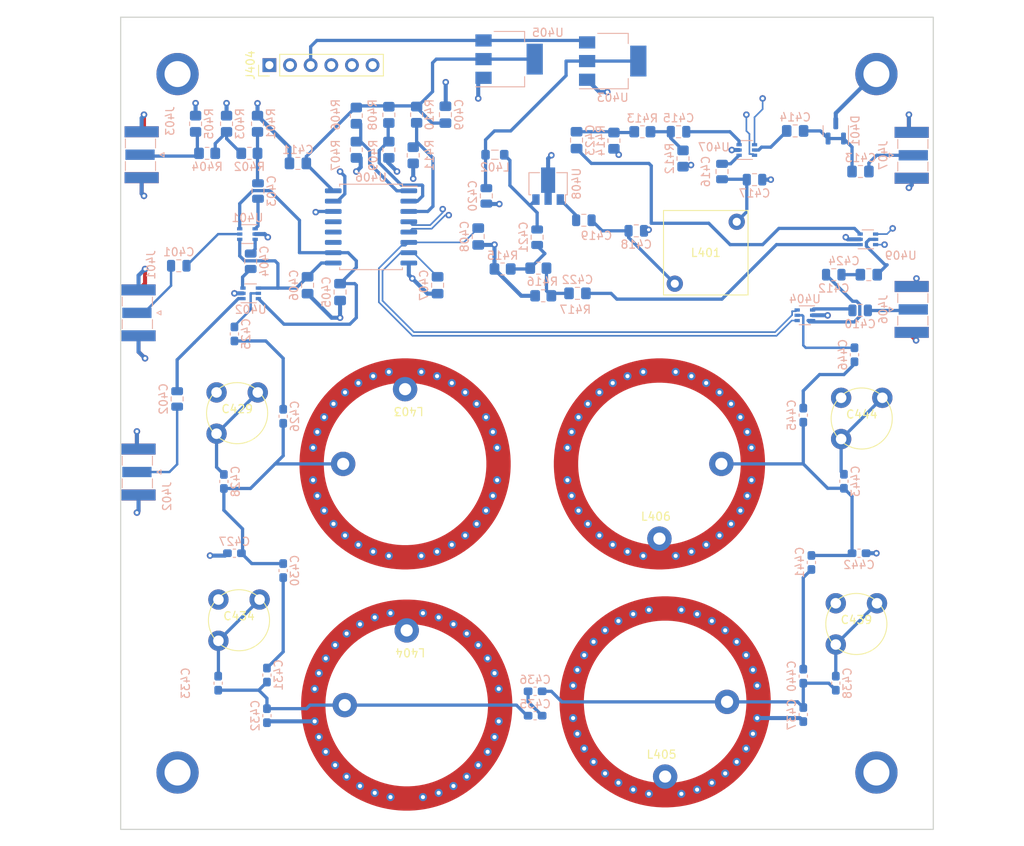
<source format=kicad_pcb>
(kicad_pcb (version 20221018) (generator pcbnew)
  (layers (0 "F.Cu" signal) (1 "In1.Cu" signal) (2 "In2.Cu" signal) (31 "B.Cu" signal) (34 "B.Paste" user) (35 "F.Paste" user) (36 "B.SilkS" user "B.Silkscreen") (37 "F.SilkS" user "F.Silkscreen") (38 "B.Mask" user) (39 "F.Mask" user) (44 "Edge.Cuts" user))
  (net 0 "")
  (net 1 "GND")
  (net 2 "Rx_LNA_OP")
  (net 3 "/PIN Switch/LimeRx")
  (net 4 "Net-(U401-J1)")
  (net 5 "BPF_In")
  (net 6 "BPF_Out")
  (net 7 "Net-(C403-Pad2)")
  (net 8 "Net-(U402-J3)")
  (net 9 "Net-(U401-J3)")
  (net 10 "Net-(U402-J2)")
  (net 11 "Net-(C415-Pad2)")
  (net 12 "Net-(C418-Pad1)")
  (net 13 "/LNA/PIN Limiter")
  (net 14 "Net-(C419-Pad1)")
  (net 15 "Net-(C421-Pad2)")
  (net 16 "Net-(U401-J2)")
  (net 17 "Net-(C422-Pad2)")
  (net 18 "Net-(U404-J3)")
  (net 19 "/LNA/+25dBm max")
  (net 20 "RxIP")
  (net 21 "Net-(C423-Pad2)")
  (net 22 "Net-(U404-J2)")
  (net 23 "Net-(C425-Pad1)")
  (net 24 "Net-(U407-J1)")
  (net 25 "Net-(U407-J2)")
  (net 26 "Net-(U409-J3)")
  (net 27 "Net-(C426-Pad1)")
  (net 28 "Net-(C428-Pad2)")
  (net 29 "Net-(C430-Pad1)")
  (net 30 "Net-(C431-Pad1)")
  (net 31 "Net-(U409-J2)")
  (net 32 "Net-(U409-J1)")
  (net 33 "Net-(C433-Pad2)")
  (net 34 "/PIN Switch/SCL_Slave")
  (net 35 "Net-(C435-Pad1)")
  (net 36 "Net-(C436-Pad1)")
  (net 37 "Net-(C438-Pad2)")
  (net 38 "/PIN Switch/Tx_Enable")
  (net 39 "Net-(C440-Pad1)")
  (net 40 "Net-(C441-Pad1)")
  (net 41 "/PIN Switch/SDA_Slave")
  (net 42 "Net-(C443-Pad2)")
  (net 43 "+5V")
  (net 44 "+3.3V")
  (net 45 "Net-(C445-Pad1)")
  (net 46 "Net-(J403-In)")
  (net 47 "Net-(R402-Pad1)")
  (net 48 "Net-(U406-A0)")
  (net 49 "Net-(U406-A1)")
  (net 50 "Net-(U406-A2)")
  (net 51 "+12V")
  (net 53 "/PIN Switch/Tx_P")
  (net 54 "/PIN Switch/Tx_N")
  (net 55 "/PIN Switch/LimeTx")
  (net 56 "/PIN Switch/Tx_Drive")
  (net 57 "/PIN Switch/Rx_Enable")
  (net 58 "Net-(C416-Pad1)")
  (net 61 "Net-(C421-Pad1)")
  (net 62 "LNA_N")
  (net 63 "LNA_P")
  (footprint "Inductor_THT:L_Radial_L10.2mm_W10.2mm_Px7.62mm_Py7.62mm_Pulse_LP-30" (layer "F.Cu") (at 175.81 83.19 180)
    (fp_text reference "L401")
    (fp_text value "L_Trim")
  )
  (footprint "G4CDF:Pipe22" (layer "F.Cu") (at 135 113 180)
    (fp_text reference "L403")
    (fp_text value "54n6")
  )
  (footprint "G4CDF:TrimCap" (layer "F.Cu") (at 190.54 132.7)
    (fp_text reference "C439")
    (fp_text value "5-22pF")
  )
  (footprint "G4CDF:TrimCap" (layer "F.Cu") (at 114.34 106.74)
    (fp_text reference "C429")
    (fp_text value "5-22pF")
  )
  (footprint "G4CDF:Pipe22" (layer "F.Cu") (at 166.3 113)
    (fp_text reference "L406")
    (fp_text value "54n6")
  )
  (footprint "G4CDF:TrimCap" (layer "F.Cu") (at 191.2 107.4)
    (fp_text reference "C444")
    (fp_text value "5-22pF")
  )
  (footprint "Connector_PinHeader_2.54mm:PinHeader_1x06_P2.54mm_Vertical" (layer "F.Cu") (at 118.3 63.9 90)
    (fp_text reference "J404")
    (fp_text value "Conn_01x06_Male")
  )
  (footprint "G4CDF:Pipe22" (layer "F.Cu") (at 167 142.3)
    (fp_text reference "L405")
    (fp_text value "54n6")
  )
  (footprint "G4CDF:Pipe22" (layer "F.Cu") (at 135.2 142.7 180)
    (fp_text reference "L404")
    (fp_text value "54n6")
  )
  (footprint "G4CDF:TrimCap" (layer "F.Cu") (at 114.57 132.24)
    (fp_text reference "C434")
    (fp_text value "5-22pF")
  )
  (footprint "G4CDF:Board outline 100_100" (layer "F.Cu") (at 150 108)
    (fp_text reference "J405" hide)
    (fp_text value "Conn_01x01_Male" hide)
    (fp_rect (start -50 -50) (end 50 50) (stroke (width 0.15)) (fill none) (layer "Edge.Cuts"))
  )
  (footprint "Resistor_SMD:R_0805_2012Metric_Pad1.20x1.40mm_HandSolder" (layer "B.Cu") (at 129 70.12 -90)
    (fp_text reference "R406")
    (fp_text value "R")
  )
  (footprint "Capacitor_SMD:C_0805_2012Metric" (layer "B.Cu") (at 116 88.05 90)
    (fp_text reference "C404")
    (fp_text value "1n0")
  )
  (footprint "Package_TO_SOT_SMD:SOT-223-3_TabPin2" (layer "B.Cu") (at 147.8 63.16)
    (fp_text reference "U405")
    (fp_text value "AMS1117-3.3")
  )
  (footprint "Capacitor_SMD:C_0805_2012Metric_Pad1.18x1.45mm_HandSolder" (layer "B.Cu") (at 192.0625 89.7 180)
    (fp_text reference "C424")
    (fp_text value "1n0")
  )
  (footprint "Resistor_SMD:R_0805_2012Metric_Pad1.20x1.40mm_HandSolder" (layer "B.Cu") (at 133 70.02 -90)
    (fp_text reference "R408")
    (fp_text value "R")
  )
  (footprint "Package_TO_SOT_SMD:SOT-223-3_TabPin2" (layer "B.Cu") (at 160.55 63.4)
    (fp_text reference "U403")
    (fp_text value "AMS1117-5.0")
  )
  (footprint "Capacitor_SMD:C_0805_2012Metric" (layer "B.Cu") (at 174 77 90)
    (fp_text reference "C416")
    (fp_text value "1n0")
  )
  (footprint "Capacitor_SMD:C_0805_2012Metric" (layer "B.Cu") (at 151.25 85.09 -90)
    (fp_text reference "C421")
    (fp_text value "1n0")
  )
  (footprint "Capacitor_SMD:C_0603_1608Metric_Pad1.08x0.95mm_HandSolder" (layer "B.Cu") (at 190.8625 124)
    (fp_text reference "C442")
    (fp_text value "12p0")
  )
  (footprint "Resistor_SMD:R_0805_2012Metric_Pad1.20x1.40mm_HandSolder" (layer "B.Cu") (at 113.03 71.12 90)
    (fp_text reference "R403")
    (fp_text value "R")
  )
  (footprint "Resistor_SMD:R_0805_2012Metric_Pad1.20x1.40mm_HandSolder" (layer "B.Cu") (at 136 75 -90)
    (fp_text reference "R411")
    (fp_text value "R")
  )
  (footprint "Resistor_SMD:R_0805_2012Metric_Pad1.20x1.40mm_HandSolder" (layer "B.Cu") (at 160.7 73.2 -90)
    (fp_text reference "R414")
    (fp_text value "R")
  )
  (footprint "Capacitor_SMD:C_0805_2012Metric_Pad1.18x1.45mm_HandSolder" (layer "B.Cu") (at 121.81 76 180)
    (fp_text reference "C411")
    (fp_text value "100n")
  )
  (footprint "Package_TO_SOT_SMD:SOT-363_SC-70-6" (layer "B.Cu") (at 116 92)
    (fp_text reference "U402")
    (fp_text value "AS179-92LF")
  )
  (footprint "Capacitor_SMD:C_0805_2012Metric_Pad1.18x1.45mm_HandSolder" (layer "B.Cu") (at 191.0375 77 180)
    (fp_text reference "C413")
    (fp_text value "1n0")
  )
  (footprint "Connector_Coaxial:SMA_Samtec_SMA-J-P-X-ST-EM1_EdgeMount" (layer "B.Cu") (at 197.3375 75 -90)
    (fp_text reference "J407")
    (fp_text value "Conn_Coaxial")
  )
  (footprint "Capacitor_SMD:C_0603_1608Metric_Pad1.08x0.95mm_HandSolder" (layer "B.Cu") (at 151 144 180)
    (fp_text reference "C435")
    (fp_text value "0p9")
  )
  (footprint "Package_TO_SOT_SMD:SOT-363_SC-70-6" (layer "B.Cu") (at 115.6 84.7 180)
    (fp_text reference "U401")
    (fp_text value "AS179-92LF")
  )
  (footprint "Connector_Coaxial:SMA_Samtec_SMA-J-P-X-ST-EM1_EdgeMount" (layer "B.Cu") (at 102.2 94.4 90)
    (fp_text reference "J401")
    (fp_text value "Conn_Coaxial")
  )
  (footprint "Resistor_SMD:R_0805_2012Metric_Pad1.20x1.40mm_HandSolder" (layer "B.Cu") (at 133 74.32 -90)
    (fp_text reference "R409")
    (fp_text value "R")
  )
  (footprint "Capacitor_SMD:C_0603_1608Metric_Pad1.08x0.95mm_HandSolder" (layer "B.Cu") (at 114 124 180)
    (fp_text reference "C427")
    (fp_text value "8p2")
  )
  (footprint "Connector_Coaxial:SMA_Samtec_SMA-J-P-X-ST-EM1_EdgeMount" (layer "B.Cu") (at 102.5825 74.93 90)
    (fp_text reference "J403")
    (fp_text value "Conn_Coaxial")
  )
  (footprint "Capacitor_SMD:C_0805_2012Metric" (layer "B.Cu") (at 163.45 84.3)
    (fp_text reference "C418")
    (fp_text value "C")
  )
  (footprint "Resistor_SMD:R_0805_2012Metric_Pad1.20x1.40mm_HandSolder" (layer "B.Cu") (at 151.4 88.9)
    (fp_text reference "R416")
    (fp_text value "R")
  )
  (footprint "Resistor_SMD:R_0805_2012Metric_Pad1.20x1.40mm_HandSolder" (layer "B.Cu") (at 116.84 71.12 90)
    (fp_text reference "R401")
    (fp_text value "R")
  )
  (footprint "Capacitor_SMD:C_0805_2012Metric" (layer "B.Cu") (at 168.65 72.1 180)
    (fp_text reference "C415")
    (fp_text value "1n0")
  )
  (footprint "Package_TO_SOT_SMD:SOT-363_SC-70-6" (layer "B.Cu") (at 177.05 74.35)
    (fp_text reference "U407")
    (fp_text value "AS179-92LF")
  )
  (footprint "Package_TO_SOT_SMD:SOT-363_SC-70-6" (layer "B.Cu") (at 184.2 94.7 180)
    (fp_text reference "U404")
    (fp_text value "AS179-92LF")
  )
  (footprint "Capacitor_SMD:C_0805_2012Metric_Pad1.18x1.45mm_HandSolder" (layer "B.Cu") (at 139.9625 70 90)
    (fp_text reference "C409")
    (fp_text value "100n")
  )
  (footprint "Capacitor_SMD:C_0603_1608Metric_Pad1.08x0.95mm_HandSolder" (layer "B.Cu") (at 188 140 90)
    (fp_text reference "C438")
    (fp_text value "22p0")
  )
  (footprint "Capacitor_SMD:C_0805_2012Metric" (layer "B.Cu") (at 157 83)
    (fp_text reference "C419")
    (fp_text value "1n0")
  )
  (footprint "Capacitor_SMD:C_0805_2012Metric_Pad1.18x1.45mm_HandSolder" (layer "B.Cu") (at 156.1 73.1375 90)
    (fp_text reference "C423")
    (fp_text value "1n0")
  )
  (footprint "Resistor_SMD:R_0805_2012Metric_Pad1.20x1.40mm_HandSolder" (layer "B.Cu") (at 109.22 71.12 90)
    (fp_text reference "R405")
    (fp_text value "R")
  )
  (footprint "Resistor_SMD:R_0805_2012Metric_Pad1.20x1.40mm_HandSolder" (layer "B.Cu") (at 147 89 180)
    (fp_text reference "R415")
    (fp_text value "R")
  )
  (footprint "Capacitor_SMD:C_0805_2012Metric" (layer "B.Cu") (at 116.9 79.4 90)
    (fp_text reference "C403")
    (fp_text value "1n0")
  )
  (footprint "Capacitor_SMD:C_0805_2012Metric_Pad1.18x1.45mm_HandSolder" (layer "B.Cu") (at 139 91 -90)
    (fp_text reference "C407")
    (fp_text value "100p")
  )
  (footprint "Resistor_SMD:R_0805_2012Metric_Pad1.20x1.40mm_HandSolder" (layer "B.Cu") (at 152 92.3 180)
    (fp_text reference "R417")
    (fp_text value "R")
  )
  (footprint "Connector_Coaxial:SMA_Samtec_SMA-J-P-X-ST-EM1_EdgeMount" (layer "B.Cu") (at 197.3375 93.98 -90)
    (fp_text reference "J406")
    (fp_text value "Conn_Coaxial")
  )
  (footprint "Capacitor_SMD:C_0603_1608Metric_Pad1.08x0.95mm_HandSolder" (layer "B.Cu") (at 118 139 90)
    (fp_text reference "C431")
    (fp_text value "0p7")
  )
  (footprint "Package_TO_SOT_SMD:SOT-363_SC-70-6" (layer "B.Cu") (at 191.95 85.35)
    (fp_text reference "U409")
    (fp_text value "AS179-92LF")
  )
  (footprint "Capacitor_SMD:C_0805_2012Metric" (layer "B.Cu") (at 187.75 89.7)
    (fp_text reference "C412")
    (fp_text value "1n0")
  )
  (footprint "Resistor_SMD:R_0805_2012Metric_Pad1.20x1.40mm_HandSolder" (layer "B.Cu") (at 115.84 74.76)
    (fp_text reference "R402")
    (fp_text value "R")
  )
  (footprint "Inductor_SMD:L_0805_2012Metric_Pad1.05x1.20mm_HandSolder" (layer "B.Cu") (at 146.05 74.93)
    (fp_text reference "L402")
    (fp_text value "L")
  )
  (footprint "Resistor_SMD:R_0805_2012Metric_Pad1.20x1.40mm_HandSolder" (layer "B.Cu") (at 136.42 70 -90)
    (fp_text reference "R410")
    (fp_text value "R")
  )
  (footprint "Package_TO_SOT_SMD:SOT-23" (layer "B.Cu") (at 188 72 90)
    (fp_text reference "D401")
    (fp_text value "SMP1330-005LF")
  )
  (footprint "Capacitor_SMD:C_0805_2012Metric" (layer "B.Cu") (at 191 94.1)
    (fp_text reference "C410")
    (fp_text value "1n0")
  )
  (footprint "Capacitor_SMD:C_0805_2012Metric" (layer "B.Cu") (at 145 80 -90)
    (fp_text reference "C420")
    (fp_text value "100n")
  )
  (footprint "Capacitor_SMD:C_0603_1608Metric_Pad1.08x0.95mm_HandSolder" (layer "B.Cu") (at 190.3 99.5625 -90)
    (fp_text reference "C446")
    (fp_text value "3p9")
  )
  (footprint "Capacitor_SMD:C_0805_2012Metric_Pad1.18x1.45mm_HandSolder" (layer "B.Cu") (at 127 91.8425 -90)
    (fp_text reference "C405")
    (fp_text value "100p")
  )
  (footprint "Package_SO:SOIC-16W_7.5x10.3mm_P1.27mm" (layer "B.Cu") (at 130.81 83.82 180)
    (fp_text reference "U406")
    (fp_text value "PCF8574A")
  )
  (footprint "Capacitor_SMD:C_0603_1608Metric_Pad1.08x0.95mm_HandSolder" (layer "B.Cu") (at 114 97 90)
    (fp_text reference "C425")
    (fp_text value "15p")
  )
  (footprint "Capacitor_SMD:C_0805_2012Metric_Pad1.18x1.45mm_HandSolder" (layer "B.Cu") (at 156.21 92 180)
    (fp_text reference "C422")
    (fp_text value "1n0")
  )
  (footprint "Capacitor_SMD:C_0603_1608Metric_Pad1.08x0.95mm_HandSolder" (layer "B.Cu") (at 189 115.1375 90)
    (fp_text reference "C443")
    (fp_text value "15p0")
  )
  (footprint "Connector_Coaxial:SMA_Samtec_SMA-J-P-X-ST-EM1_EdgeMount" (layer "B.Cu") (at 102.2 114 90)
    (fp_text reference "J402")
    (fp_text value "Conn_Coaxial")
  )
  (footprint "Resistor_SMD:R_0805_2012Metric_Pad1.20x1.40mm_HandSolder" (layer "B.Cu") (at 164.2 72.1 180)
    (fp_text reference "R413")
    (fp_text value "R")
  )
  (footprint "Capacitor_SMD:C_0805_2012Metric_Pad1.18x1.45mm_HandSolder" (layer "B.Cu") (at 144 85 -90)
    (fp_text reference "C408")
    (fp_text value "100p")
  )
  (footprint "Capacitor_SMD:C_0805_2012Metric_Pad1.18x1.45mm_HandSolder" (layer "B.Cu") (at 123 91 -90)
    (fp_text reference "C406")
    (fp_text value "100p")
  )
  (footprint "Capacitor_SMD:C_0805_2012Metric" (layer "B.Cu") (at 106.95 105 -90)
    (fp_text reference "C402")
    (fp_text value "1n0")
  )
  (footprint "Capacitor_SMD:C_0805_2012Metric_Pad1.18x1.45mm_HandSolder" (layer "B.Cu") (at 183 72 180)
    (fp_text reference "C414")
    (fp_text value "1n0")
  )
  (footprint "Capacitor_SMD:C_0603_1608Metric_Pad1.08x0.95mm_HandSolder" (layer "B.Cu") (at 184 107 -90)
    (fp_text reference "C445")
    (fp_text value "6p8")
  )
  (footprint "Capacitor_SMD:C_0603_1608Metric_Pad1.08x0.95mm_HandSolder" (layer "B.Cu") (at 185 125.1375 -90)
    (fp_text reference "C441")
    (fp_text value "0p5")
  )
  (footprint "Resistor_SMD:R_0805_2012Metric_Pad1.20x1.40mm_HandSolder" (layer "B.Cu") (at 110.64 74.76)
    (fp_text reference "R404")
    (fp_text value "R")
  )
  (footprint "Capacitor_SMD:C_0603_1608Metric_Pad1.08x0.95mm_HandSolder" (layer "B.Cu") (at 120 126.1375 90)
    (fp_text reference "C430")
    (fp_text value "6p8")
  )
  (footprint "Resistor_SMD:R_0805_2012Metric_Pad1.20x1.40mm_HandSolder" (layer "B.Cu") (at 169.2 75.4 -90)
    (fp_text reference "R412")
    (fp_text value "R")
  )
  (footprint "Capacitor_SMD:C_0603_1608Metric_Pad1.08x0.95mm_HandSolder" (layer "B.Cu") (at 112 140 90)
    (fp_text reference "C433")
    (fp_text value "22p0")
  )
  (footprint "Capacitor_SMD:C_0603_1608Metric_Pad1.08x0.95mm_HandSolder" (layer "B.Cu") (at 118 144 -90)
    (fp_text reference "C432")
    (fp_text value "12p0")
  )
  (footprint "Capacitor_SMD:C_0603_1608Metric_Pad1.08x0.95mm_HandSolder" (layer "B.Cu") (at 120 107.1375 90)
    (fp_text reference "C426")
    (fp_text value "6p8")
  )
  (footprint "Capacitor_SMD:C_0805_2012Metric" (layer "B.Cu") (at 178 78)
    (fp_text reference "C417")
    (fp_text value "C")
  )
  (footprint "Capacitor_SMD:C_0603_1608Metric_Pad1.08x0.95mm_HandSolder" (layer "B.Cu") (at 112.7 115.1625 90)
    (fp_text reference "C428")
    (fp_text value "18p")
  )
  (footprint "Capacitor_SMD:C_0603_1608Metric_Pad1.08x0.95mm_HandSolder" (layer "B.Cu") (at 151 141 180)
    (fp_text reference "C436")
    (fp_text value "0p5")
  )
  (footprint "Resistor_SMD:R_0805_2012Metric_Pad1.20x1.40mm_HandSolder" (layer "B.Cu") (at 129 74.32 -90)
    (fp_text reference "R407")
    (fp_text value "R")
  )
  (footprint "Capacitor_SMD:C_0805_2012Metric" (layer "B.Cu") (at 107.15 88.6 180)
    (fp_text reference "C401")
    (fp_text value "1n0")
  )
  (footprint "Capacitor_SMD:C_0603_1608Metric_Pad1.08x0.95mm_HandSolder" (layer "B.Cu") (at 184 139.1375 -90)
    (fp_text reference "C440")
    (fp_text value "1p8")
  )
  (footprint "Capacitor_SMD:C_0603_1608Metric_Pad1.08x0.95mm_HandSolder" (layer "B.Cu") (at 184 143.8625 -90)
    (fp_text reference "C437")
    (fp_text value "12p0")
  )
  (footprint "Package_TO_SOT_SMD:SOT-89-3" (layer "B.Cu") (at 152.6 78.8 90)
    (fp_text reference "U408")
    (fp_text value "PSA4-5043")
  )
  (segment (start 102.87 71.8175) (end 102.5825 72.105) (width 0.5) (layer "F.Cu") (net 1))
  (segment (start 102.2 99.2) (end 103 100) (width 0.5) (layer "F.Cu") (net 1))
  (segment (start 197.3375 97.2475) (end 197.88 97.79) (width 0.5) (layer "F.Cu") (net 1))
  (segment (start 103 89) (end 103 90.775) (width 0.5) (layer "F.Cu") (net 1))
  (segment (start 102.2 118.8) (end 102 119) (width 0.5) (layer "F.Cu") (net 1))
  (segment (start 102.2 116.825) (end 102.2 118.8) (width 0.5) (layer "F.Cu") (net 1))
  (segment (start 197.3375 77.825) (end 197.3375 78.6625) (width 0.5) (layer "F.Cu") (net 1))
  (segment (start 102.5825 77.755) (end 102.5825 79.7125) (width 0.5) (layer "F.Cu") (net 1))
  (segment (start 197.93 90.17) (end 197.93 90.5625) (width 0.5) (layer "F.Cu") (net 1))
  (segment (start 197.93 90.5625) (end 197.3375 91.155) (width 0.5) (layer "F.Cu") (net 1))
  (segment (start 102.5825 79.7125) (end 102.87 80) (width 0.5) (layer "F.Cu") (net 1))
  (segment (start 102.87 70) (end 102.87 71.8175) (width 0.5) (layer "F.Cu") (net 1))
  (segment (start 197.3375 96.805) (end 197.3375 97.2475) (width 0.5) (layer "F.Cu") (net 1))
  (segment (start 102 110.975) (end 102.2 111.175) (width 0.5) (layer "F.Cu") (net 1))
  (segment (start 102.2 97.225) (end 102.2 99.2) (width 0.5) (layer "F.Cu") (net 1))
  (segment (start 102 109) (end 102 110.975) (width 0.5) (layer "F.Cu") (net 1))
  (segment (start 103 90.775) (end 102.2 91.575) (width 0.5) (layer "F.Cu") (net 1))
  (segment (start 197.3375 78.6625) (end 197 79) (width 0.5) (layer "F.Cu") (net 1))
  (segment (start 197 70) (end 197 71.8375) (width 0.5) (layer "F.Cu") (net 1))
  (via (at 197 79) (size 0.8) (drill 0.4) (layers "F.Cu" "B.Cu") (net 1))
  (via (at 187 94.7155) (size 0.8) (drill 0.4) (layers "F.Cu" "B.Cu") (net 1))
  (via (at 118.11 85.09) (size 0.8) (drill 0.4) (layers "F.Cu" "B.Cu") (net 1))
  (via (at 103 89) (size 0.8) (drill 0.4) (layers "F.Cu" "B.Cu") (net 1))
  (via (at 197.88 97.79) (size 0.8) (drill 0.4) (layers "F.Cu" "B.Cu") (net 1))
  (via (at 159.89 67.21) (size 0.8) (drill 0.4) (layers "F.Cu" "B.Cu") (net 1))
  (via (at 109.22 68.58) (size 0.8) (drill 0.4) (layers "F.Cu" "B.Cu") (net 1))
  (via (at 134.005332 76.994668) (size 0.8) (drill 0.4) (layers "F.Cu" "B.Cu") (net 1))
  (via (at 164.97 84.17) (size 0.8) (drill 0.4) (layers "F.Cu" "B.Cu") (net 1))
  (via (at 103 100) (size 0.8) (drill 0.4) (layers "F.Cu" "B.Cu") (net 1))
  (via (at 135.89 90.17) (size 0.8) (drill 0.4) (layers "F.Cu" "B.Cu") (net 1))
  (via (at 170.18 76.2) (size 0.8) (drill 0.4) (layers "F.Cu" "B.Cu") (net 1))
  (via (at 136 77.8755) (size 0.8) (drill 0.4) (layers "F.Cu" "B.Cu") (net 1))
  (via (at 144 68) (size 0.8) (drill 0.4) (layers "F.Cu" "B.Cu") (net 1))
  (via (at 146.6 81) (size 0.8) (drill 0.4) (layers "F.Cu" "B.Cu") (net 1))
  (via (at 113.03 68.58) (size 0.8) (drill 0.4) (layers "F.Cu" "B.Cu") (net 1))
  (via (at 127 95) (size 0.8) (drill 0.4) (layers "F.Cu" "B.Cu") (net 1))
  (via (at 140 66) (size 0.8) (drill 0.4) (layers "F.Cu" "B.Cu") (net 1))
  (via (at 146 86) (size 0.8) (drill 0.4) (layers "F.Cu" "B.Cu") (net 1))
  (via (at 175.205 74.35) (size 0.8) (drill 0.4) (layers "F.Cu" "B.Cu") (net 1))
  (via (at 102 109) (size 0.8) (drill 0.4) (layers "F.Cu" "B.Cu") (net 1))
  (via (at 161.29 74.93) (size 0.8) (drill 0.4) (layers "F.Cu" "B.Cu") (net 1))
  (via (at 102 119) (size 0.8) (drill 0.4) (layers "F.Cu" "B.Cu") (net 1))
  (via (at 111 124.29) (size 0.8) (drill 0.4) (layers "F.Cu" "B.Cu") (net 1))
  (via (at 116.84 68.6) (size 0.8) (drill 0.4) (layers "F.Cu" "B.Cu") (net 1))
  (via (at 197.93 90.17) (size 0.8) (drill 0.4) (layers "F.Cu" "B.Cu") (net 1))
  (via (at 114 92) (size 0.8) (drill 0.4) (layers "F.Cu" "B.Cu") (net 1))
  (via (at 129 77) (size 0.8) (drill 0.4) (layers "F.Cu" "B.Cu") (net 1))
  (via (at 197 70) (size 0.8) (drill 0.4) (layers "F.Cu" "B.Cu") (net 1))
  (via (at 102.87 80) (size 0.8) (drill 0.4) (layers "F.Cu" "B.Cu") (net 1))
  (via (at 189.23 85.09) (size 0.8) (drill 0.4) (layers "F.Cu" "B.Cu") (net 1))
  (via (at 180 78) (size 0.8) (drill 0.4) (layers "F.Cu" "B.Cu") (net 1))
  (via (at 193 124) (size 0.8) (drill 0.4) (layers "F.Cu" "B.Cu") (net 1))
  (via (at 102.87 70) (size 0.8) (drill 0.4) (layers "F.Cu" "B.Cu") (net 1))
  (via (at 153 75) (size 0.8) (drill 0.4) (layers "F.Cu" "B.Cu") (net 1))
  (segment (start 132.92 75.909336) (end 132.92 75.32) (width 0.5) (layer "B.Cu") (net 1))
  (segment (start 111 124.29) (end 112.8475 124.29) (width 0.5) (layer "B.Cu") (net 1))
  (segment (start 120.7725 74.0525) (end 116.84 70.12) (width 0.5) (layer "B.Cu") (net 1))
  (segment (start 146 89) (end 149.3 92.3) (width 0.5) (layer "B.Cu") (net 1))
  (segment (start 102 110.975) (end 102.2 111.175) (width 0.5) (layer "B.Cu") (net 1))
  (segment (start 144 68) (end 144 66.11) (width 0.5) (layer "B.Cu") (net 1))
  (segment (start 185.15 94.7) (end 186.9845 94.7) (width 0.5) (layer "B.Cu") (net 1))
  (segment (start 197.93 90.17) (end 197.93 91.2625) (width 0.5) (layer "B.Cu") (net 1))
  (segment (start 135.46 88.265) (end 135.46 89.74) (width 0.5) (layer "B.Cu") (net 1))
  (segment (start 140 68.925) (end 140 66) (width 0.5) (layer "B.Cu") (net 1))
  (segment (start 189.49 85.35) (end 189.23 85.09) (width 0.5) (layer "B.Cu") (net 1))
  (segment (start 102.5825 77.755) (end 102.5825 79.7125) (width 0.5) (layer "B.Cu") (net 1))
  (segment (start 112.8475 124.29) (end 113.1375 124) (width 0.5) (layer "B.Cu") (net 1))
  (segment (start 120.7725 76) (end 120.7725 74.0525) (width 0.5) (layer "B.Cu") (net 1))
  (segment (start 115.05 92) (end 114 92) (width 0.5) (layer "B.Cu") (net 1))
  (segment (start 183.571954 144.296954) (end 184 144.725) (width 0.5) (layer "B.Cu") (net 1))
  (segment (start 102.5825 72.105) (end 102.5825 70.4175) (width 0.5) (layer "B.Cu") (net 1))
  (segment (start 102.2 116.825) (end 102.2 118.8) (width 0.5) (layer "B.Cu") (net 1))
  (segment (start 170.18 76.2) (end 169.4 76.2) (width 0.5) (layer "B.Cu") (net 1))
  (segment (start 113.03 68.58) (end 113.03 70.12) (width 0.5) (layer "B.Cu") (net 1))
  (segment (start 135.89 90.17) (end 137.7575 92.0375) (width 0.5) (layer "B.Cu") (net 1))
  (segment (start 102.2 118.8) (end 102 119) (width 0.5) (layer "B.Cu") (net 1))
  (segment (start 152.6 75.4) (end 152.6 80.3625) (width 0.5) (layer "B.Cu") (net 1))
  (segment (start 118.11 85.09) (end 117.72 84.7) (width 0.5) (layer "B.Cu") (net 1))
  (segment (start 188 71.0625) (end 188 69.81) (width 0.5) (layer "B.Cu") (net 1))
  (segment (start 116.84 68.6) (end 116.84 70.12) (width 0.5) (layer "B.Cu") (net 1))
  (segment (start 127 92.88) (end 127 95) (width 0.5) (layer "B.Cu") (net 1))
  (segment (start 146.6 81) (end 145.05 81) (width 0.5) (layer "B.Cu") (net 1))
  (segment (start 175.205 74.35) (end 176.1 74.35) (width 0.5) (layer "B.Cu") (net 1))
  (segment (start 109.22 68.58) (end 109.22 70.12) (width 0.5) (layer "B.Cu") (net 1))
  (segment (start 197.3375 77.825) (end 197.3375 78.6625) (width 0.5) (layer "B.Cu") (net 1))
  (segment (start 144 66.11) (end 144.65 65.46) (width 0.5) (layer "B.Cu") (net 1))
  (segment (start 102.2 99.2) (end 103 100) (width 0.5) (layer "B.Cu") (net 1))
  (segment (start 123 92.0375) (end 125.9625 95) (width 0.5) (layer "B.Cu") (net 1))
  (segment (start 102.5825 79.7125) (end 102.87 80) (width 0.5) (layer "B.Cu") (net 1))
  (segment (start 118.165546 144.696954) (end 123.874711 144.696954) (width 0.5) (layer "B.Cu") (net 1))
  (segment (start 134.005332 76.994668) (end 132.92 75.909336) (width 0.5) (layer "B.Cu") (net 1))
  (segment (start 161.29 74.79) (end 160.7 74.2) (width 0.5) (layer "B.Cu") (net 1))
  (segment (start 145.9625 86.0375) (end 146 86) (width 0.5) (layer "B.Cu") (net 1))
  (segment (start 188 69.81) (end 192.86 64.95) (width 0.5) (layer "B.Cu") (net 1))
  (segment (start 146 86) (end 146 89) (width 0.5) (layer "B.Cu") (net 1))
  (segment (start 125.9625 95) (end 127 95) (width 0.5) (layer "B.Cu") (net 1))
  (segment (start 191 85.35) (end 189.49 85.35) (width 0.5) (layer "B.Cu") (net 1))
  (segment (start 197 70) (end 197 71.8375) (width 0.5) (layer "B.Cu") (net 1))
  (segment (start 178.95 78) (end 180 78) (width 0.5) (layer "B.Cu") (net 1))
  (segment (start 161.29 74.93) (end 161.29 74.79) (width 0.5) (layer "B.Cu") (net 1))
  (segment (start 159.89 67.21) (end 158.91 67.21) (width 0.5) (layer "B.Cu") (net 1))
  (segment (start 117.72 84.7) (end 116.55 84.7) (width 0.5) (layer "B.Cu") (net 1))
  (segment (start 186.9845 94.7) (end 187 94.7155) (width 0.5) (layer "B.Cu") (net 1))
  (segment (start 197.3375 78.6625) (end 197 79) (width 0.5) (layer "B.Cu") (net 1))
  (segment (start 118 144.8625) (end 118.165546 144.696954) (width 0.5) (layer "B.Cu") (net 1))
  (segment (start 103 70) (end 102.87 70) (width 0.5) (layer "B.Cu") (net 1))
  (segment (start 136 77.8755) (end 136 76) (width 0.5) (layer "B.Cu") (net 1))
  (segment (start 135.46 89.74) (end 135.89 90.17) (width 0.5) (layer "B.Cu") (net 1))
  (segment (start 137.7575 92.0375) (end 139 92.0375) (width 0.5) (layer "B.Cu") (net 1))
  (segment (start 129.54 75.32) (end 129.54 76.46) (width 0.5) (layer "B.Cu") (net 1))
  (segment (start 191.725 124) (end 193 124) (width 0.5) (layer "B.Cu") (net 1))
  (segment (start 197.88 97.79) (end 197.88 96.9625) (width 0.5) (layer "B.Cu") (net 1))
  (segment (start 102.5825 70.4175) (end 103 70) (width 0.5) (layer "B.Cu") (net 1))
  (segment (start 102 109) (end 102 110.975) (width 0.5) (layer "B.Cu") (net 1))
  (segment (start 153 75) (end 152.6 75.4) (width 0.5) (layer "B.Cu") (net 1))
  (segment (start 145.05 81) (end 145 80.95) (width 0.5) (layer "B.Cu") (net 1))
  (segment (start 102.2 89.8) (end 103 89) (width 0.5) (layer "B.Cu") (net 1))
  (segment (start 102.2 97.225) (end 102.2 99.2) (width 0.5) (layer "B.Cu") (net 1))
  (segment (start 102.2 91.575) (end 102.2 89.8) (width 0.5) (layer "B.Cu") (net 1))
  (segment (start 178.325289 144.296954) (end 183.571954 144.296954) (width 0.5) (layer "B.Cu") (net 1))
  (segment (start 158.91 67.21) (end 157.4 65.7) (width 0.5) (layer "B.Cu") (net 1))
  (segment (start 144 86.0375) (end 145.9625 86.0375) (width 0.5) (layer "B.Cu") (net 1))
  (segment (start 129.54 76.46) (end 129 77) (width 0.5) (layer "B.Cu") (net 1))
  (segment (start 149.3 92.3) (end 151 92.3) (width 0.5) (layer "B.Cu") (net 1))
  (segment (start 188.7 89.7) (end 191.025 89.7) (width 0.4) (layer "B.Cu") (net 2))
  (segment (start 106.2 91.05) (end 102.85 94.4) (width 0.3) (layer "B.Cu") (net 3))
  (segment (start 102.85 94.4) (end 102 94.4) (width 0.3) (layer "B.Cu") (net 3))
  (segment (start 106.2 88.6) (end 106.2 91.05) (width 0.3) (layer "B.Cu") (net 3))
  (segment (start 112 84.7) (end 114.65 84.7) (width 0.3) (layer "B.Cu") (net 4))
  (segment (start 108.1 88.6) (end 112 84.7) (width 0.3) (layer "B.Cu") (net 4))
  (segment (start 114 96) (end 116 94) (width 0.3) (layer "B.Cu") (net 5))
  (segment (start 114 96.1375) (end 114 96) (width 0.3) (layer "B.Cu") (net 5))
  (segment (start 116 94) (end 116 92) (width 0.3) (layer "B.Cu") (net 5))
  (segment (start 116.95 92) (end 116 92) (width 0.3) (layer "B.Cu") (net 5))
  (segment (start 184.3 98.7) (end 190.3 98.7) (width 0.3) (layer "B.Cu") (net 6))
  (segment (start 184 94.825) (end 184 98.4) (width 0.3) (layer "B.Cu") (net 6))
  (segment (start 183.875 94.7) (end 184 94.825) (width 0.3) (layer "B.Cu") (net 6))
  (segment (start 184 98.4) (end 184.3 98.7) (width 0.3) (layer "B.Cu") (net 6))
  (segment (start 183.25 94.7) (end 183.875 94.7) (width 0.3) (layer "B.Cu") (net 6))
  (segment (start 116.84 74.76) (end 116.84 78.39) (width 0.4) (layer "B.Cu") (net 7))
  (segment (start 116.84 74.76) (end 116.84 72.56) (width 0.4) (layer "B.Cu") (net 7))
  (segment (start 106.95 100.181372) (end 106.95 104.05) (width 0.4) (layer "B.Cu") (net 8))
  (segment (start 109.065686 98.065686) (end 114.481371 92.65) (width 0.4) (layer "B.Cu") (net 8))
  (segment (start 109.065686 98.065686) (end 106.95 100.181372) (width 0.4) (layer "B.Cu") (net 8))
  (segment (start 114.481371 92.65) (end 115.05 92.65) (width 0.4) (layer "B.Cu") (net 8))
  (segment (start 116.9 83.7) (end 116.55 84.05) (width 0.4) (layer "B.Cu") (net 9))
  (segment (start 116.9 80.35) (end 116.9 83.7) (width 0.4) (layer "B.Cu") (net 9))
  (segment (start 115 90) (end 115 91.3) (width 0.4) (layer "B.Cu") (net 10))
  (segment (start 116 89) (end 115 90) (width 0.4) (layer "B.Cu") (net 10))
  (segment (start 115 91.3) (end 115.05 91.35) (width 0.4) (layer "B.Cu") (net 10))
  (segment (start 167.7 72.1) (end 167.7 72.9) (width 0.4) (layer "B.Cu") (net 11))
  (segment (start 165.2 72.1) (end 167.7 72.1) (width 0.4) (layer "B.Cu") (net 11))
  (segment (start 167.7 72.9) (end 169.2 74.4) (width 0.4) (layer "B.Cu") (net 11))
  (segment (start 162.5 84.3) (end 159.25 84.3) (width 0.4) (layer "B.Cu") (net 12))
  (segment (start 162.5 84.3) (end 162.5 85.12) (width 0.4) (layer "B.Cu") (net 12))
  (segment (start 162.5 85.12) (end 168.19 90.81) (width 0.4) (layer "B.Cu") (net 12))
  (segment (start 159.25 84.3) (end 157.95 83) (width 0.4) (layer "B.Cu") (net 12))
  (segment (start 184.0375 72) (end 186.1125 72) (width 0.4) (layer "B.Cu") (net 13))
  (segment (start 187.05 72.9375) (end 188.95 72.9375) (width 0.4) (layer "B.Cu") (net 13))
  (segment (start 186.1125 72) (end 187.05 72.9375) (width 0.4) (layer "B.Cu") (net 13))
  (segment (start 190 73.9875) (end 190 77) (width 0.4) (layer "B.Cu") (net 13))
  (segment (start 188.95 72.9375) (end 190 73.9875) (width 0.4) (layer "B.Cu") (net 13))
  (segment (start 156.05 83) (end 156.05 82.4) (width 0.4) (layer "B.Cu") (net 14))
  (segment (start 156.05 82.4) (end 154.1 80.45) (width 0.4) (layer "B.Cu") (net 14))
  (segment (start 150.3 89) (end 150.4 88.9) (width 0.4) (layer "B.Cu") (net 15))
  (segment (start 148 89) (end 150.3 89) (width 0.4) (layer "B.Cu") (net 15))
  (segment (start 151.25 86.04) (end 151.25 86.15) (width 0.4) (layer "B.Cu") (net 15))
  (segment (start 152.2 87.1) (end 150.4 88.9) (width 0.4) (layer "B.Cu") (net 15))
  (segment (start 151.25 86.15) (end 152.2 87.1) (width 0.4) (layer "B.Cu") (net 15))
  (segment (start 116.55 85.35) (end 116.55 86.55) (width 0.4) (layer "B.Cu") (net 16))
  (segment (start 116.55 86.55) (end 116 87.1) (width 0.4) (layer "B.Cu") (net 16))
  (segment (start 153.3 92) (end 153 92.3) (width 0.4) (layer "B.Cu") (net 17))
  (segment (start 155.1725 92) (end 153.3 92) (width 0.4) (layer "B.Cu") (net 17))
  (segment (start 152.4 91.7) (end 153 92.3) (width 0.4) (layer "B.Cu") (net 17))
  (segment (start 152.4 88.9) (end 152.4 91.7) (width 0.4) (layer "B.Cu") (net 17))
  (segment (start 185.2845 93.9155) (end 189.8655 93.9155) (width 0.4) (layer "B.Cu") (net 18))
  (segment (start 185.15 94.05) (end 185.2845 93.9155) (width 0.4) (layer "B.Cu") (net 18))
  (segment (start 175.05 76.05) (end 176.1 75) (width 0.4) (layer "B.Cu") (net 19))
  (segment (start 174 76.05) (end 175.05 76.05) (width 0.4) (layer "B.Cu") (net 19))
  (segment (start 192.075 75.9625) (end 193.0375 75) (width 0.4) (layer "B.Cu") (net 20))
  (segment (start 193.0375 75) (end 197.5375 75) (width 0.4) (layer "B.Cu") (net 20))
  (segment (start 192.075 77) (end 192.075 75.9625) (width 0.4) (layer "B.Cu") (net 20))
  (segment (start 160.7 72.2) (end 163.1 72.2) (width 0.4) (layer "B.Cu") (net 21))
  (segment (start 156.1 72.1) (end 160.6 72.1) (width 0.4) (layer "B.Cu") (net 21))
  (segment (start 184.7655 95.5155) (end 190.278739 95.5155) (width 0.4) (layer "B.Cu") (net 22))
  (segment (start 185.15 95.35) (end 184.6 95.35) (width 0.4) (layer "B.Cu") (net 22))
  (segment (start 190.569239 92.975) (end 190.075 92.975) (width 0.4) (layer "B.Cu") (net 22))
  (segment (start 190.278739 95.5155) (end 190.95 94.844239) (width 0.4) (layer "B.Cu") (net 22))
  (segment (start 190.95 93.355761) (end 190.569239 92.975) (width 0.4) (layer "B.Cu") (net 22))
  (segment (start 190.95 94.844239) (end 190.95 93.355761) (width 0.4) (layer "B.Cu") (net 22))
  (segment (start 190.075 92.975) (end 186.8 89.7) (width 0.4) (layer "B.Cu") (net 22))
  (segment (start 184.6 95.35) (end 184.7655 95.5155) (width 0.4) (layer "B.Cu") (net 22))
  (segment (start 120 106.275) (end 120 100) (width 0.4) (layer "B.Cu") (net 23))
  (segment (start 117.8625 97.8625) (end 114 97.8625) (width 0.4) (layer "B.Cu") (net 23))
  (segment (start 120 100) (end 117.8625 97.8625) (width 0.4) (layer "B.Cu") (net 23))
  (segment (start 178 74.35) (end 178.518629 74.35) (width 0.4) (layer "B.Cu") (net 24))
  (segment (start 178.868629 74) (end 180 74) (width 0.4) (layer "B.Cu") (net 24))
  (segment (start 180 74) (end 181.9625 72.0375) (width 0.4) (layer "B.Cu") (net 24))
  (segment (start 178.518629 74.35) (end 178.868629 74) (width 0.4) (layer "B.Cu") (net 24))
  (segment (start 169.6 72.1) (end 174.97 72.1) (width 0.4) (layer "B.Cu") (net 25))
  (segment (start 176.1 73.23) (end 176.1 73.7) (width 0.4) (layer "B.Cu") (net 25))
  (segment (start 174.97 72.1) (end 176.1 73.23) (width 0.4) (layer "B.Cu") (net 25))
  (segment (start 161.0575 92.71) (end 173.99 92.71) (width 0.4) (layer "B.Cu") (net 26))
  (segment (start 173.99 92.71) (end 180.7 86) (width 0.4) (layer "B.Cu") (net 26))
  (segment (start 157.2475 92) (end 160.3475 92) (width 0.4) (layer "B.Cu") (net 26))
  (segment (start 180.7 86) (end 191 86) (width 0.4) (layer "B.Cu") (net 26))
  (segment (start 160.3475 92) (end 161.0575 92.71) (width 0.4) (layer "B.Cu") (net 26))
  (segment (start 119 113) (end 115.975 116.025) (width 0.4) (layer "B.Cu") (net 27))
  (segment (start 112.7 116.025) (end 112.7 118.7) (width 0.4) (layer "B.Cu") (net 27))
  (segment (start 115.975 116.025) (end 112.7 116.025) (width 0.4) (layer "B.Cu") (net 27))
  (segment (start 112.7 118.7) (end 115 121) (width 0.4) (layer "B.Cu") (net 27))
  (segment (start 114.8625 124) (end 116.1375 125.275) (width 0.4) (layer "B.Cu") (net 27))
  (segment (start 116.1375 125.275) (end 120 125.275) (width 0.4) (layer "B.Cu") (net 27))
  (segment (start 115 121) (end 115 123.8625) (width 0.4) (layer "B.Cu") (net 27))
  (segment (start 127.38 113) (end 119 113) (width 0.4) (layer "B.Cu") (net 27))
  (segment (start 115 123.8625) (end 114.8625 124) (width 0.4) (layer "B.Cu") (net 27))
  (segment (start 120 108) (end 120 112) (width 0.4) (layer "B.Cu") (net 27))
  (segment (start 120 112) (end 119 113) (width 0.4) (layer "B.Cu") (net 27))
  (segment (start 116.87 104.21) (end 116.87 104.2) (width 0.4) (layer "B.Cu") (net 28))
  (segment (start 111.8 113.4) (end 111.8 109.28) (width 0.4) (layer "B.Cu") (net 28))
  (segment (start 112.7 114.3) (end 111.8 113.4) (width 0.4) (layer "B.Cu") (net 28))
  (segment (start 111.8 109.28) (end 116.87 104.21) (width 0.4) (layer "B.Cu") (net 28))
  (segment (start 120 136.1375) (end 118 138.1375) (width 0.4) (layer "B.Cu") (net 29))
  (segment (start 120 127) (end 120 136.1375) (width 0.4) (layer "B.Cu") (net 29))
  (segment (start 122.8625 143.1375) (end 118 143.1375) (width 0.4) (layer "B.Cu") (net 30))
  (segment (start 118 141.8625) (end 117 140.8625) (width 0.4) (layer "B.Cu") (net 30))
  (segment (start 150 144) (end 148.7 142.7) (width 0.4) (layer "B.Cu") (net 30))
  (segment (start 117 140.8625) (end 118 139.8625) (width 0.4) (layer "B.Cu") (net 30))
  (segment (start 150.1375 144) (end 150 144) (width 0.4) (layer "B.Cu") (net 30))
  (segment (start 123.3 142.7) (end 127.58 142.7) (width 0.4) (layer "B.Cu") (net 30))
  (segment (start 118 143.1375) (end 118 141.8625) (width 0.4) (layer "B.Cu") (net 30))
  (segment (start 112 140.8625) (end 117 140.8625) (width 0.4) (layer "B.Cu") (net 30))
  (segment (start 123.3 142.7) (end 122.8625 143.1375) (width 0.4) (layer "B.Cu") (net 30))
  (segment (start 148.7 142.7) (end 127.58 142.7) (width 0.4) (layer "B.Cu") (net 30))
  (segment (start 175 86) (end 179 86) (width 0.4) (layer "B.Cu") (net 31))
  (segment (start 165.295 76.295) (end 165.295 83.37) (width 0.4) (layer "B.Cu") (net 31))
  (segment (start 156.1 74.175) (end 157.925 76) (width 0.4) (layer "B.Cu") (net 31))
  (segment (start 157.925 76) (end 165 76) (width 0.4) (layer "B.Cu") (net 31))
  (segment (start 172.37 83.37) (end 175 86) (width 0.4) (layer "B.Cu") (net 31))
  (segment (start 181 84) (end 190.3 84) (width 0.4) (layer "B.Cu") (net 31))
  (segment (start 165 76) (end 165.295 76.295) (width 0.4) (layer "B.Cu") (net 31))
  (segment (start 165.295 83.37) (end 172.37 83.37) (width 0.4) (layer "B.Cu") (net 31))
  (segment (start 179 86) (end 181 84) (width 0.4) (layer "B.Cu") (net 31))
  (segment (start 190.3 84) (end 191 84.7) (width 0.4) (layer "B.Cu") (net 31))
  (segment (start 191.77 86.195) (end 191.77 85.725) (width 0.4) (layer "B.Cu") (net 32))
  (segment (start 192.145 85.35) (end 192.9 85.35) (width 0.4) (layer "B.Cu") (net 32))
  (segment (start 194.31 88.49) (end 194.065 88.49) (width 0.4) (layer "B.Cu") (net 32))
  (segment (start 194.31 88.49) (end 193.1 89.7) (width 0.4) (layer "B.Cu") (net 32))
  (segment (start 191.77 85.725) (end 192.145 85.35) (width 0.4) (layer "B.Cu") (net 32))
  (segment (start 194.065 88.49) (end 191.77 86.195) (width 0.4) (layer "B.Cu") (net 32))
  (segment (start 112.03 139.1075) (end 112.03 134.78) (width 0.4) (layer "B.Cu") (net 33))
  (segment (start 112 139.1375) (end 112.03 139.1075) (width 0.4) (layer "B.Cu") (net 33))
  (segment (start 112.03 134.78) (end 117.1 129.71) (width 0.4) (layer "B.Cu") (net 33))
  (segment (start 117.1 129.71) (end 117.1 129.7) (width 0.4) (layer "B.Cu") (net 33))
  (via (at 124 82) (size 0.8) (drill 0.4) (layers "F.Cu" "B.Cu") (net 34))
  (segment (start 126.16 81.915) (end 124.085 81.915) (width 0.4) (layer "B.Cu") (net 34))
  (segment (start 124.085 81.915) (end 124 82) (width 0.4) (layer "B.Cu") (net 34))
  (segment (start 150.1375 142.275) (end 151.8625 144) (width 0.4) (layer "B.Cu") (net 35))
  (segment (start 150.1375 141) (end 150.1375 142.275) (width 0.4) (layer "B.Cu") (net 35))
  (segment (start 153 141) (end 154.3 142.3) (width 0.4) (layer "B.Cu") (net 36))
  (segment (start 151.8625 141) (end 153 141) (width 0.4) (layer "B.Cu") (net 36))
  (segment (start 187.1375 140) (end 188 140.8625) (width 0.4) (layer "B.Cu") (net 36))
  (segment (start 174.62 142.3) (end 183.3 142.3) (width 0.4) (layer "B.Cu") (net 36))
  (segment (start 184 140) (end 187.1375 140) (width 0.4) (layer "B.Cu") (net 36))
  (segment (start 183.3 142.3) (end 184 143) (width 0.4) (layer "B.Cu") (net 36))
  (segment (start 184 140) (end 184 143) (width 0.4) (layer "B.Cu") (net 36))
  (segment (start 154.3 142.3) (end 174.82 142.3) (width 0.4) (layer "B.Cu") (net 36))
  (segment (start 193.07 130.17) (end 193.07 130.16) (width 0.4) (layer "B.Cu") (net 37))
  (segment (start 188 135.24) (end 193.07 130.17) (width 0.4) (layer "B.Cu") (net 37))
  (segment (start 188 139.1375) (end 188 135.24) (width 0.4) (layer "B.Cu") (net 37))
  (segment (start 114.65 87.394239) (end 115.255761 88) (width 0.4) (layer "B.Cu") (net 38))
  (segment (start 115.255761 88) (end 119 88) (width 0.4) (layer "B.Cu") (net 38))
  (segment (start 119.35 91.35) (end 116.95 91.35) (width 0.4) (layer "B.Cu") (net 38))
  (segment (start 119 88) (end 119.35 88.35) (width 0.4) (layer "B.Cu") (net 38))
  (segment (start 121.6125 91.35) (end 119.35 91.35) (width 0.4) (layer "B.Cu") (net 38))
  (segment (start 126.16 88.265) (end 124.6975 88.265) (width 0.4) (layer "B.Cu") (net 38))
  (segment (start 123 89.9625) (end 121.6125 91.35) (width 0.4) (layer "B.Cu") (net 38))
  (segment (start 119.35 88.35) (end 119.35 91.35) (width 0.4) (layer "B.Cu") (net 38))
  (segment (start 114.65 85.35) (end 114.65 87.394239) (width 0.4) (layer "B.Cu") (net 38))
  (segment (start 124.6975 88.265) (end 123 89.9625) (width 0.4) (layer "B.Cu") (net 38))
  (segment (start 184 127) (end 185 126) (width 0.4) (layer "B.Cu") (net 39))
  (segment (start 184 138.275) (end 184 127) (width 0.4) (layer "B.Cu") (net 39))
  (segment (start 189.725 124.275) (end 190 124) (width 0.4) (layer "B.Cu") (net 40))
  (segment (start 190 124) (end 190 117) (width 0.4) (layer "B.Cu") (net 40))
  (segment (start 184 107.8625) (end 184 113) (width 0.4) (layer "B.Cu") (net 40))
  (segment (start 173.92 113) (end 184 113) (width 0.4) (layer "B.Cu") (net 40))
  (segment (start 187 116) (end 189 116) (width 0.4) (layer "B.Cu") (net 40))
  (segment (start 185 124.275) (end 189.725 124.275) (width 0.4) (layer "B.Cu") (net 40))
  (segment (start 190 117) (end 189 116) (width 0.4) (layer "B.Cu") (net 40))
  (segment (start 184 113) (end 187 116) (width 0.4) (layer "B.Cu") (net 40))
  (via (at 127 77) (size 0.8) (drill 0.4) (layers "F.Cu" "B.Cu") (net 41))
  (segment (start 127.585 79.752817) (end 126.692817 80.645) (width 0.4) (layer "B.Cu") (net 41))
  (segment (start 127 77) (end 127.585 77.585) (width 0.4) (layer "B.Cu") (net 41))
  (segment (start 126.692817 80.645) (end 126.16 80.645) (width 0.4) (layer "B.Cu") (net 41))
  (segment (start 127.585 77.585) (end 127.585 79.752817) (width 0.4) (layer "B.Cu") (net 41))
  (segment (start 188.66 113.935) (end 189 114.275) (width 0.4) (layer "B.Cu") (net 42))
  (segment (start 188.66 109.94) (end 193.73 104.87) (width 0.4) (layer "B.Cu") (net 42))
  (segment (start 193.73 104.87) (end 193.73 104.86) (width 0.4) (layer "B.Cu") (net 42))
  (segment (start 188.66 109.94) (end 188.66 113.935) (width 0.4) (layer "B.Cu") (net 42))
  (segment (start 144.9 73.1) (end 144.9 74.93) (width 0.4) (layer "B.Cu") (net 43))
  (segment (start 146 72) (end 144.9 73.1) (width 0.4) (layer "B.Cu") (net 43))
  (segment (start 154.81 65.19) (end 148 72) (width 0.4) (layer "B.Cu") (net 43))
  (segment (start 148 72) (end 146 72) (width 0.4) (layer "B.Cu") (net 43))
  (segment (start 154.81 63.4) (end 154.81 65.19) (width 0.4) (layer "B.Cu") (net 43))
  (segment (start 157.4 63.4) (end 154.81 63.4) (width 0.4) (layer "B.Cu") (net 43))
  (segment (start 144.9 74.93) (end 144.9 78.54) (width 0.4) (layer "B.Cu") (net 43))
  (segment (start 157.4 63.4) (end 163.7 63.4) (width 0.4) (layer "B.Cu") (net 43))
  (segment (start 136.42 69.12) (end 138.38 67.16) (width 0.4) (layer "B.Cu") (net 44))
  (segment (start 128.88 69.12) (end 129 69.12) (width 0.4) (layer "B.Cu") (net 44))
  (segment (start 122.8475 76) (end 122.8475 75.1525) (width 0.4) (layer "B.Cu") (net 44))
  (segment (start 122.8475 75.1525) (end 128.88 69.12) (width 0.4) (layer "B.Cu") (net 44))
  (segment (start 138.38 63.62) (end 138.84 63.16) (width 0.4) (layer "B.Cu") (net 44))
  (segment (start 138.84 63.16) (end 144.65 63.16) (width 0.4) (layer "B.Cu") (net 44))
  (segment (start 139.9625 71.0375) (end 138.3375 71.0375) (width 0.4) (layer "B.Cu") (net 44))
  (segment (start 138.3375 71.0375) (end 136.42 69.12) (width 0.4) (layer "B.Cu") (net 44))
  (segment (start 129.025 68.92) (end 136.22 68.92) (width 0.4) (layer "B.Cu") (net 44))
  (segment (start 122.8475 76.0625) (end 126.16 79.375) (width 0.4) (layer "B.Cu") (net 44))
  (segment (start 144.65 63.16) (end 150.95 63.16) (width 0.4) (layer "B.Cu") (net 44))
  (segment (start 138.38 67.16) (end 138.38 63.62) (width 0.4) (layer "B.Cu") (net 44))
  (segment (start 186 102) (end 189 102) (width 0.4) (layer "B.Cu") (net 45))
  (segment (start 189 102) (end 190.3 100.7) (width 0.4) (layer "B.Cu") (net 45))
  (segment (start 190.3 100.7) (end 190.3 100.425) (width 0.4) (layer "B.Cu") (net 45))
  (segment (start 184 104) (end 186 102) (width 0.4) (layer "B.Cu") (net 45))
  (segment (start 184 106.1375) (end 184 104) (width 0.4) (layer "B.Cu") (net 45))
  (segment (start 102.3825 75.1) (end 109.3 75.1) (width 0.4) (layer "B.Cu") (net 46))
  (segment (start 109.44 72.16) (end 109.44 74.56) (width 0.4) (layer "B.Cu") (net 46))
  (segment (start 113.04 72.96) (end 114.84 74.76) (width 0.4) (layer "B.Cu") (net 47))
  (segment (start 111.64 74.76) (end 111.64 73.56) (width 0.4) (layer "B.Cu") (net 47))
  (segment (start 111.64 73.56) (end 113.04 72.16) (width 0.4) (layer "B.Cu") (net 47))
  (segment (start 113.04 72.16) (end 113.04 72.96) (width 0.4) (layer "B.Cu") (net 47))
  (segment (start 129.54 71.12) (end 129.54 73.32) (width 0.4) (layer "B.Cu") (net 48))
  (segment (start 129.54 73.32) (end 130.64 74.42) (width 0.4) (layer "B.Cu") (net 48))
  (segment (start 130.64 76.03) (end 133.985 79.375) (width 0.4) (layer "B.Cu") (net 48))
  (segment (start 133.985 79.375) (end 135.46 79.375) (width 0.4) (layer "B.Cu") (net 48))
  (segment (start 130.64 74.42) (end 130.64 76.03) (width 0.4) (layer "B.Cu") (net 48))
  (segment (start 137.095 78.675) (end 137.16 78.74) (width 0.4) (layer "B.Cu") (net 49))
  (segment (start 137.16 78.74) (end 137.16 80.01) (width 0.4) (layer "B.Cu") (net 49))
  (segment (start 136.525 80.645) (end 135.46 80.645) (width 0.4) (layer "B.Cu") (net 49))
  (segment (start 132.92 73.32) (end 132.92 71.02) (width 0.4) (layer "B.Cu") (net 49))
  (segment (start 132.92 73.32) (end 131.82 74.42) (width 0.4) (layer "B.Cu") (net 49))
  (segment (start 137.16 80.01) (end 136.525 80.645) (width 0.4) (layer "B.Cu") (net 49))
  (segment (start 131.82 74.42) (end 131.82 75.94) (width 0.4) (layer "B.Cu") (net 49))
  (segment (start 134.555 78.675) (end 137.095 78.675) (width 0.4) (layer "B.Cu") (net 49))
  (segment (start 131.82 75.94) (end 134.555 78.675) (width 0.4) (layer "B.Cu") (net 49))
  (segment (start 136.42 73.32) (end 138.43 75.33) (width 0.4) (layer "B.Cu") (net 50))
  (segment (start 137.795 81.915) (end 135.46 81.915) (width 0.4) (layer "B.Cu") (net 50))
  (segment (start 136.42 73.32) (end 136.42 71.12) (width 0.4) (layer "B.Cu") (net 50))
  (segment (start 138.43 81.28) (end 137.795 81.915) (width 0.4) (layer "B.Cu") (net 50))
  (segment (start 138.43 75.33) (end 138.43 81.28) (width 0.4) (layer "B.Cu") (net 50))
  (segment (start 157.16 60.86) (end 144.65 60.86) (width 0.4) (layer "B.Cu") (net 51))
  (segment (start 123.38 61.62) (end 124.14 60.86) (width 0.4) (layer "B.Cu") (net 51))
  (segment (start 124.14 60.86) (end 144.65 60.86) (width 0.4) (layer "B.Cu") (net 51))
  (segment (start 123.38 63.9) (end 123.38 61.62) (width 0.4) (layer "B.Cu") (net 51))
  (segment (start 182.586397 95.35) (end 183.25 95.35) (width 0.2) (layer "B.Cu") (net 53))
  (segment (start 135.46 85.725) (end 135.050001 86.134999) (width 0.2) (layer "B.Cu") (net 53))
  (segment (start 135.9068 97.225) (end 180.711397 97.225) (width 0.2) (layer "B.Cu") (net 53))
  (segment (start 180.711397 97.225) (end 182.586397 95.35) (width 0.2) (layer "B.Cu") (net 53))
  (segment (start 135.46 85.725) (end 142.2375 85.725) (width 0.2) (layer "B.Cu") (net 53))
  (segment (start 131.775 88.9068) (end 131.775 93.0932) (width 0.2) (layer "B.Cu") (net 53))
  (segment (start 135.050001 86.134999) (end 134.546801 86.134999) (width 0.2) (layer "B.Cu") (net 53))
  (segment (start 142.2375 85.725) (end 144 83.9625) (width 0.2) (layer "B.Cu") (net 53))
  (segment (start 134.546801 86.134999) (end 131.775 88.9068) (width 0.2) (layer "B.Cu") (net 53))
  (segment (start 131.775 93.0932) (end 135.9068 97.225) (width 0.2) (layer "B.Cu") (net 53))
  (segment (start 182.625 94.675) (end 182.625 94.2) (width 0.2) (layer "B.Cu") (net 54))
  (segment (start 183.1 94.2) (end 183.25 94.05) (width 0.2) (layer "B.Cu") (net 54))
  (segment (start 135.46 86.995) (end 136.0325 86.995) (width 0.2) (layer "B.Cu") (net 54))
  (segment (start 132.225 89.225) (end 132.225 92.9068) (width 0.2) (layer "B.Cu") (net 54))
  (segment (start 132.225 89.225) (end 134.455 86.995) (width 0.2) (layer "B.Cu") (net 54))
  (segment (start 136.0932 96.775) (end 180.525 96.775) (width 0.2) (layer "B.Cu") (net 54))
  (segment (start 134.455 86.995) (end 135.46 86.995) (width 0.2) (layer "B.Cu") (net 54))
  (segment (start 180.525 96.775) (end 182.625 94.675) (width 0.2) (layer "B.Cu") (net 54))
  (segment (start 136.0325 86.995) (end 139 89.9625) (width 0.2) (layer "B.Cu") (net 54))
  (segment (start 182.625 94.2) (end 183.1 94.2) (width 0.2) (layer "B.Cu") (net 54))
  (segment (start 132.225 92.9068) (end 136.0932 96.775) (width 0.2) (layer "B.Cu") (net 54))
  (segment (start 102 114) (end 106 114) (width 0.3) (layer "B.Cu") (net 55))
  (segment (start 106 114) (end 106.95 113.05) (width 0.3) (layer "B.Cu") (net 55))
  (segment (start 106.95 113.05) (end 106.95 105.95) (width 0.3) (layer "B.Cu") (net 55))
  (segment (start 191.96 94.11) (end 198.1075 94.11) (width 0.4) (layer "B.Cu") (net 56))
  (segment (start 129 91) (end 128.805 90.805) (width 0.4) (layer "B.Cu") (net 57))
  (segment (start 116.255761 79.35) (end 118.35 79.35) (width 0.4) (layer "B.Cu") (net 57))
  (segment (start 122.005 83.005) (end 122.005 86.995) (width 0.4) (layer "B.Cu") (net 57))
  (segment (start 129 95) (end 129 91) (width 0.4) (layer "B.Cu") (net 57))
  (segment (start 128.805 90.805) (end 127 90.805) (width 0.4) (layer "B.Cu") (net 57))
  (segment (start 128.2 95.8) (end 129 95) (width 0.4) (layer "B.Cu") (net 57))
  (segment (start 114.65 84.05) (end 114.65 80.955761) (width 0.4) (layer "B.Cu") (net 57))
  (segment (start 126.16 86.995) (end 122.005 86.995) (width 0.4) (layer "B.Cu") (net 57))
  (segment (start 129 88.805) (end 127 90.805) (width 0.4) (layer "B.Cu") (net 57))
  (segment (start 120.1 95.8) (end 128.2 95.8) (width 0.4) (layer "B.Cu") (net 57))
  (segment (start 114.65 80.955761) (end 116.255761 79.35) (width 0.4) (layer "B.Cu") (net 57))
  (segment (start 118.35 79.35) (end 122.005 83.005) (width 0.4) (layer "B.Cu") (net 57))
  (segment (start 129 88) (end 129 88.805) (width 0.4) (layer "B.Cu") (net 57))
  (segment (start 126.16 86.995) (end 127.995 86.995) (width 0.4) (layer "B.Cu") (net 57))
  (segment (start 127.995 86.995) (end 129 88) (width 0.4) (layer "B.Cu") (net 57))
  (segment (start 116.95 92.65) (end 120.1 95.8) (width 0.4) (layer "B.Cu") (net 57))
  (segment (start 177.05 81.95) (end 175.81 83.19) (width 0.4) (layer "B.Cu") (net 58))
  (segment (start 174 77.95) (end 177 77.95) (width 0.4) (layer "B.Cu") (net 58))
  (segment (start 177.05 78) (end 177.05 81.95) (width 0.4) (layer "B.Cu") (net 58))
  (segment (start 151.25 82.070762) (end 151.25 84.14) (width 0.4) (layer "B.Cu") (net 61))
  (segment (start 150.3 81.120762) (end 151.25 82.070762) (width 0.4) (layer "B.Cu") (net 61))
  (segment (start 147.9 75.63) (end 147.9 78.720762) (width 0.4) (layer "B.Cu") (net 61))
  (segment (start 147.9 78.720762) (end 150.3 81.120762) (width 0.4) (layer "B.Cu") (net 61))
  (segment (start 147.2 74.93) (end 147.9 75.63) (width 0.4) (layer "B.Cu") (net 61))
  (segment (start 150.3 81.120762) (end 150.429238 81.120762) (width 0.4) (layer "B.Cu") (net 61))
  (segment (start 150.429238 81.120762) (end 151.1 80.45) (width 0.4) (layer "B.Cu") (net 61))
  (via (at 195 84) (size 0.8) (drill 0.4) (layers "F.Cu" "B.Cu") (net 62))
  (via (at 179 68) (size 0.8) (drill 0.4) (layers "F.Cu" "B.Cu") (net 62))
  (via (at 139.628768 81.628768) (size 0.8) (drill 0.4) (layers "F.Cu" "B.Cu") (net 62))
  (segment (start 192.9 84.7) (end 194.3 84.7) (width 0.2) (layer "B.Cu") (net 62))
  (segment (start 135.869999 83.594999) (end 138.086801 83.594999) (width 0.2) (layer "B.Cu") (net 62))
  (segment (start 178 70.3182) (end 179 69.3182) (width 0.2) (layer "B.Cu") (net 62))
  (segment (start 179 69.3182) (end 179 68) (width 0.2) (layer "B.Cu") (net 62))
  (segment (start 178 73.7) (end 178 70.3182) (width 0.2) (layer "B.Cu") (net 62))
  (segment (start 135.46 83.185) (end 135.869999 83.594999) (width 0.2) (layer "B.Cu") (net 62))
  (segment (start 138.086801 83.594999) (end 139.628768 82.053033) (width 0.2) (layer "B.Cu") (net 62))
  (segment (start 194.3 84.7) (end 195 84) (width 0.2) (layer "B.Cu") (net 62))
  (segment (start 139.628768 82.053033) (end 139.628768 81.628768) (width 0.2) (layer "B.Cu") (net 62))
  (via (at 177 70) (size 0.8) (drill 0.4) (layers "F.Cu" "B.Cu") (net 63))
  (via (at 194 86) (size 0.8) (drill 0.4) (layers "F.Cu" "B.Cu") (net 63))
  (via (at 140.371232 82.371232) (size 0.8) (drill 0.4) (layers "F.Cu" "B.Cu") (net 63))
  (segment (start 177 70) (end 177 72) (width 0.2) (layer "B.Cu") (net 63))
  (segment (start 192.9 86) (end 194 86) (width 0.2) (layer "B.Cu") (net 63))
  (segment (start 177.375 72.375) (end 177.375 74.85) (width 0.2) (layer "B.Cu") (net 63))
  (segment (start 135.46 84.455) (end 135.869999 84.045001) (width 0.2) (layer "B.Cu") (net 63))
  (segment (start 177.375 74.85) (end 177.85 74.85) (width 0.2) (layer "B.Cu") (net 63))
  (segment (start 177 72) (end 177.375 72.375) (width 0.2) (layer "B.Cu") (net 63))
  (segment (start 135.869999 84.045001) (end 138.273199 84.045001) (width 0.2) (layer "B.Cu") (net 63))
  (segment (start 138.273199 84.045001) (end 139.946967 82.371232) (width 0.2) (layer "B.Cu") (net 63))
  (segment (start 139.946967 82.371232) (end 140.371232 82.371232) (width 0.2) (layer "B.Cu") (net 63))
  (segment (start 177.85 74.85) (end 178 75) (width 0.2) (layer "B.Cu") (net 63))
)
</source>
